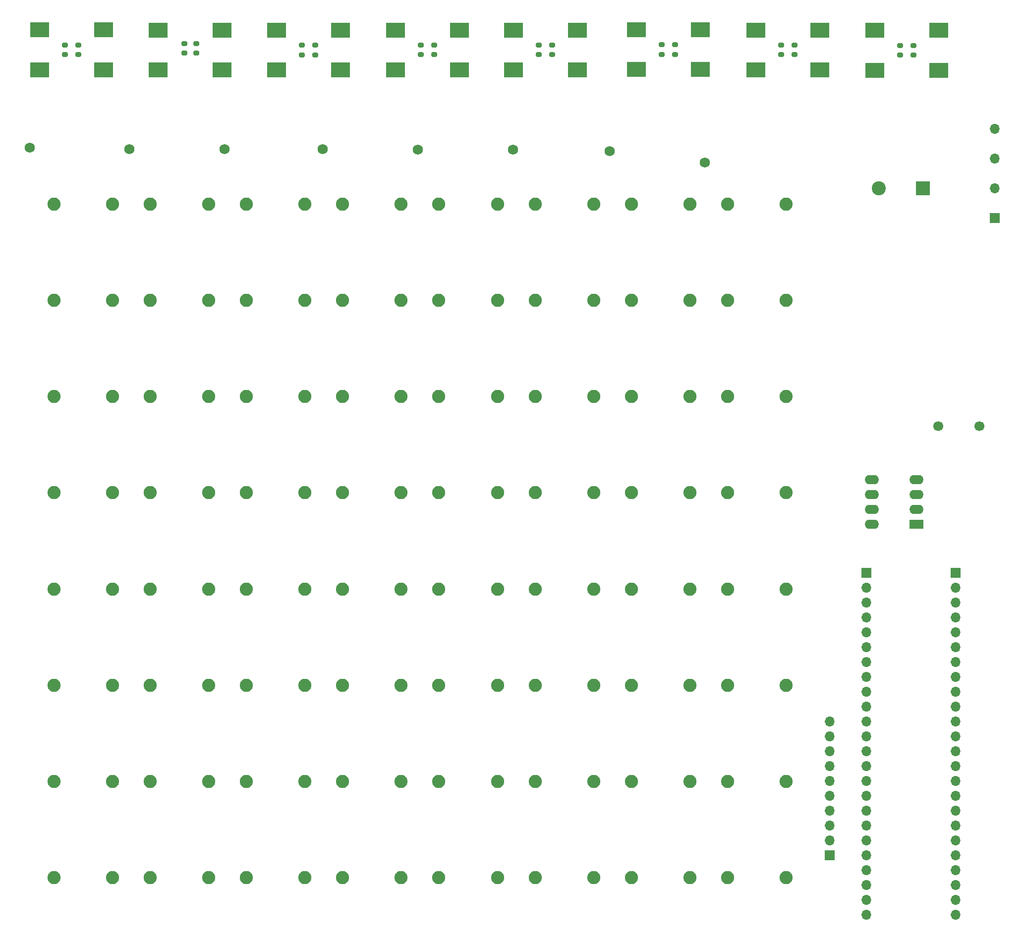
<source format=gbr>
%TF.GenerationSoftware,KiCad,Pcbnew,(6.0.2)*%
%TF.CreationDate,2022-03-01T14:51:48-05:00*%
%TF.ProjectId,SeniorDesign_FinalPCB_dal_power_complete,53656e69-6f72-4446-9573-69676e5f4669,rev?*%
%TF.SameCoordinates,Original*%
%TF.FileFunction,Soldermask,Bot*%
%TF.FilePolarity,Negative*%
%FSLAX46Y46*%
G04 Gerber Fmt 4.6, Leading zero omitted, Abs format (unit mm)*
G04 Created by KiCad (PCBNEW (6.0.2)) date 2022-03-01 14:51:48*
%MOMM*%
%LPD*%
G01*
G04 APERTURE LIST*
G04 Aperture macros list*
%AMRoundRect*
0 Rectangle with rounded corners*
0 $1 Rounding radius*
0 $2 $3 $4 $5 $6 $7 $8 $9 X,Y pos of 4 corners*
0 Add a 4 corners polygon primitive as box body*
4,1,4,$2,$3,$4,$5,$6,$7,$8,$9,$2,$3,0*
0 Add four circle primitives for the rounded corners*
1,1,$1+$1,$2,$3*
1,1,$1+$1,$4,$5*
1,1,$1+$1,$6,$7*
1,1,$1+$1,$8,$9*
0 Add four rect primitives between the rounded corners*
20,1,$1+$1,$2,$3,$4,$5,0*
20,1,$1+$1,$4,$5,$6,$7,0*
20,1,$1+$1,$6,$7,$8,$9,0*
20,1,$1+$1,$8,$9,$2,$3,0*%
G04 Aperture macros list end*
%ADD10C,2.250000*%
%ADD11R,2.400000X1.600000*%
%ADD12O,2.400000X1.600000*%
%ADD13C,1.755000*%
%ADD14R,1.700000X1.700000*%
%ADD15O,1.700000X1.700000*%
%ADD16R,2.400000X2.400000*%
%ADD17C,2.400000*%
%ADD18C,1.700000*%
%ADD19R,3.300000X2.500000*%
%ADD20RoundRect,0.200000X0.275000X-0.200000X0.275000X0.200000X-0.275000X0.200000X-0.275000X-0.200000X0*%
G04 APERTURE END LIST*
D10*
%TO.C,U14*%
X326405000Y-142425000D03*
X336405000Y-142425000D03*
%TD*%
%TO.C,U15*%
X326405000Y-158870000D03*
X336405000Y-158870000D03*
%TD*%
%TO.C,U16*%
X326405000Y-175315000D03*
X336405000Y-175315000D03*
%TD*%
%TO.C,U17*%
X342850000Y-60200000D03*
X352850000Y-60200000D03*
%TD*%
%TO.C,U18*%
X342850000Y-76645000D03*
X352850000Y-76645000D03*
%TD*%
%TO.C,U19*%
X342850000Y-93090000D03*
X352850000Y-93090000D03*
%TD*%
%TO.C,U20*%
X342850000Y-109535000D03*
X352850000Y-109535000D03*
%TD*%
%TO.C,U21*%
X342850000Y-125980000D03*
X352850000Y-125980000D03*
%TD*%
%TO.C,U22*%
X342850000Y-142425000D03*
X352850000Y-142425000D03*
%TD*%
%TO.C,U23*%
X342850000Y-158870000D03*
X352850000Y-158870000D03*
%TD*%
%TO.C,U24*%
X342850000Y-175315000D03*
X352850000Y-175315000D03*
%TD*%
%TO.C,U25*%
X359295000Y-60200000D03*
X369295000Y-60200000D03*
%TD*%
%TO.C,U26*%
X359295000Y-76645000D03*
X369295000Y-76645000D03*
%TD*%
%TO.C,U27*%
X359295000Y-93090000D03*
X369295000Y-93090000D03*
%TD*%
%TO.C,U28*%
X359295000Y-109535000D03*
X369295000Y-109535000D03*
%TD*%
%TO.C,U29*%
X359295000Y-125980000D03*
X369295000Y-125980000D03*
%TD*%
%TO.C,U30*%
X359295000Y-142425000D03*
X369295000Y-142425000D03*
%TD*%
%TO.C,U31*%
X359295000Y-158870000D03*
X369295000Y-158870000D03*
%TD*%
%TO.C,U32*%
X359295000Y-175315000D03*
X369295000Y-175315000D03*
%TD*%
%TO.C,U33*%
X375740000Y-60200000D03*
X385740000Y-60200000D03*
%TD*%
%TO.C,U34*%
X375740000Y-76645000D03*
X385740000Y-76645000D03*
%TD*%
%TO.C,U35*%
X375740000Y-93090000D03*
X385740000Y-93090000D03*
%TD*%
%TO.C,U36*%
X375740000Y-109535000D03*
X385740000Y-109535000D03*
%TD*%
%TO.C,U37*%
X375740000Y-125980000D03*
X385740000Y-125980000D03*
%TD*%
%TO.C,U38*%
X375740000Y-142425000D03*
X385740000Y-142425000D03*
%TD*%
%TO.C,U39*%
X375740000Y-158870000D03*
X385740000Y-158870000D03*
%TD*%
%TO.C,U40*%
X375740000Y-175315000D03*
X385740000Y-175315000D03*
%TD*%
%TO.C,U41*%
X392185000Y-60200000D03*
X402185000Y-60200000D03*
%TD*%
%TO.C,U42*%
X392185000Y-76645000D03*
X402185000Y-76645000D03*
%TD*%
%TO.C,U43*%
X392185000Y-93090000D03*
X402185000Y-93090000D03*
%TD*%
%TO.C,U44*%
X392185000Y-109535000D03*
X402185000Y-109535000D03*
%TD*%
%TO.C,U45*%
X392185000Y-125980000D03*
X402185000Y-125980000D03*
%TD*%
%TO.C,U46*%
X392185000Y-142425000D03*
X402185000Y-142425000D03*
%TD*%
%TO.C,U47*%
X392185000Y-158870000D03*
X402185000Y-158870000D03*
%TD*%
%TO.C,U48*%
X392185000Y-175315000D03*
X402185000Y-175315000D03*
%TD*%
%TO.C,U49*%
X408630000Y-60200000D03*
X418630000Y-60200000D03*
%TD*%
%TO.C,U50*%
X408630000Y-76645000D03*
X418630000Y-76645000D03*
%TD*%
%TO.C,U51*%
X408630000Y-93090000D03*
X418630000Y-93090000D03*
%TD*%
%TO.C,U52*%
X408630000Y-109535000D03*
X418630000Y-109535000D03*
%TD*%
%TO.C,U53*%
X408630000Y-125980000D03*
X418630000Y-125980000D03*
%TD*%
%TO.C,U54*%
X408630000Y-142425000D03*
X418630000Y-142425000D03*
%TD*%
%TO.C,U55*%
X408630000Y-158870000D03*
X418630000Y-158870000D03*
%TD*%
%TO.C,U56*%
X408630000Y-175315000D03*
X418630000Y-175315000D03*
%TD*%
%TO.C,U57*%
X425075000Y-60200000D03*
X435075000Y-60200000D03*
%TD*%
%TO.C,U58*%
X425075000Y-76645000D03*
X435075000Y-76645000D03*
%TD*%
%TO.C,U59*%
X425075000Y-93090000D03*
X435075000Y-93090000D03*
%TD*%
%TO.C,U60*%
X425075000Y-109535000D03*
X435075000Y-109535000D03*
%TD*%
%TO.C,U61*%
X425075000Y-125980000D03*
X435075000Y-125980000D03*
%TD*%
%TO.C,U62*%
X425075000Y-142425000D03*
X435075000Y-142425000D03*
%TD*%
%TO.C,U63*%
X425075000Y-158870000D03*
X435075000Y-158870000D03*
%TD*%
%TO.C,U64*%
X425075000Y-175315000D03*
X435075000Y-175315000D03*
%TD*%
%TO.C,U1*%
X309960000Y-60200000D03*
X319960000Y-60200000D03*
%TD*%
%TO.C,U2*%
X309960000Y-76645000D03*
X319960000Y-76645000D03*
%TD*%
%TO.C,U3*%
X309960000Y-93090000D03*
X319960000Y-93090000D03*
%TD*%
%TO.C,U4*%
X309960000Y-109535000D03*
X319960000Y-109535000D03*
%TD*%
%TO.C,U5*%
X309960000Y-125980000D03*
X319960000Y-125980000D03*
%TD*%
%TO.C,U6*%
X309960000Y-142425000D03*
X319960000Y-142425000D03*
%TD*%
%TO.C,U7*%
X309960000Y-158870000D03*
X319960000Y-158870000D03*
%TD*%
%TO.C,U8*%
X309960000Y-175315000D03*
X319960000Y-175315000D03*
%TD*%
%TO.C,U9*%
X326405000Y-60200000D03*
X336405000Y-60200000D03*
%TD*%
%TO.C,U10*%
X326405000Y-76645000D03*
X336405000Y-76645000D03*
%TD*%
%TO.C,U11*%
X326405000Y-93090000D03*
X336405000Y-93090000D03*
%TD*%
%TO.C,U12*%
X326405000Y-109535000D03*
X336405000Y-109535000D03*
%TD*%
%TO.C,U13*%
X326405000Y-125980000D03*
X336405000Y-125980000D03*
%TD*%
D11*
%TO.C,U67*%
X457342000Y-114925000D03*
D12*
X457342000Y-112385000D03*
X457342000Y-109845000D03*
X457342000Y-107305000D03*
X449722000Y-107305000D03*
X449722000Y-109845000D03*
X449722000Y-112385000D03*
X449722000Y-114925000D03*
%TD*%
D13*
%TO.C,J7*%
X372110000Y-50927000D03*
%TD*%
D14*
%TO.C,J11*%
X470662000Y-62600000D03*
D15*
X470662000Y-57520000D03*
X470662000Y-52440000D03*
X470662000Y-47360000D03*
%TD*%
%TO.C,U68*%
X464021520Y-181620000D03*
X464021520Y-179080000D03*
X464021520Y-176540000D03*
X464021520Y-174000000D03*
X464021520Y-171460000D03*
X464021520Y-168920000D03*
X464021520Y-166380000D03*
X464021520Y-163840000D03*
X464021520Y-161300000D03*
X464021520Y-158760000D03*
X464021520Y-156220000D03*
X464021520Y-153680000D03*
X464021520Y-151140000D03*
X464021520Y-148600000D03*
X464021520Y-146060000D03*
X464021520Y-143520000D03*
X464021520Y-140980000D03*
X464021520Y-138440000D03*
X464021520Y-135900000D03*
X464021520Y-133360000D03*
X464021520Y-130820000D03*
X464021520Y-128280000D03*
X464021520Y-125740000D03*
D14*
X464021520Y-123200000D03*
X448781520Y-123200000D03*
D15*
X448781520Y-125740000D03*
X448781520Y-128280000D03*
X448781520Y-130820000D03*
X448781520Y-133360000D03*
X448781520Y-135900000D03*
X448781520Y-138440000D03*
X448781520Y-140980000D03*
X448781520Y-143520000D03*
X448781520Y-146060000D03*
X448781520Y-148600000D03*
X448781520Y-151140000D03*
X448781520Y-153680000D03*
X448781520Y-156220000D03*
X448781520Y-158760000D03*
X448781520Y-161300000D03*
X448781520Y-163840000D03*
X448781520Y-166380000D03*
X448781520Y-168920000D03*
X448781520Y-171460000D03*
X448781520Y-174000000D03*
X448781520Y-176540000D03*
X448781520Y-179080000D03*
X448781520Y-181620000D03*
%TD*%
D13*
%TO.C,J5*%
X339090000Y-50800000D03*
%TD*%
D14*
%TO.C,J13*%
X442468000Y-171445000D03*
D15*
X442468000Y-168905000D03*
X442468000Y-166365000D03*
X442468000Y-163825000D03*
X442468000Y-161285000D03*
X442468000Y-158745000D03*
X442468000Y-156205000D03*
X442468000Y-153665000D03*
X442468000Y-151125000D03*
X442468000Y-148585000D03*
%TD*%
D13*
%TO.C,J8*%
X388366000Y-50927000D03*
%TD*%
%TO.C,J4*%
X322834000Y-50800000D03*
%TD*%
%TO.C,J3*%
X305816000Y-50546000D03*
%TD*%
D16*
%TO.C,C84*%
X458391780Y-57531000D03*
D17*
X450891780Y-57531000D03*
%TD*%
D13*
%TO.C,J6*%
X355854000Y-50800000D03*
%TD*%
%TO.C,J9*%
X404876000Y-51181000D03*
%TD*%
D18*
%TO.C,J12*%
X461082000Y-98171000D03*
X468082000Y-98171000D03*
%TD*%
D13*
%TO.C,J10*%
X421132000Y-53086000D03*
%TD*%
D19*
%TO.C,D1*%
X307523500Y-30454000D03*
X307523500Y-37254000D03*
%TD*%
%TO.C,D2*%
X318445500Y-30454000D03*
X318445500Y-37254000D03*
%TD*%
%TO.C,D3*%
X327787000Y-30480000D03*
X327787000Y-37280000D03*
%TD*%
%TO.C,D4*%
X338709000Y-30480000D03*
X338709000Y-37280000D03*
%TD*%
%TO.C,D5*%
X347980000Y-30522000D03*
X347980000Y-37322000D03*
%TD*%
%TO.C,D6*%
X358902000Y-30522000D03*
X358902000Y-37322000D03*
%TD*%
%TO.C,D7*%
X368300000Y-30480000D03*
X368300000Y-37280000D03*
%TD*%
%TO.C,D8*%
X379222000Y-30480000D03*
X379222000Y-37280000D03*
%TD*%
%TO.C,D9*%
X388493000Y-30480000D03*
X388493000Y-37280000D03*
%TD*%
%TO.C,D10*%
X399415000Y-30480000D03*
X399415000Y-37280000D03*
%TD*%
%TO.C,D11*%
X409448000Y-30411000D03*
X409448000Y-37211000D03*
%TD*%
%TO.C,D12*%
X420370000Y-30411000D03*
X420370000Y-37211000D03*
%TD*%
%TO.C,D13*%
X429895000Y-30480000D03*
X429895000Y-37280000D03*
%TD*%
%TO.C,D14*%
X440817000Y-30480000D03*
X440817000Y-37280000D03*
%TD*%
%TO.C,D15*%
X450215000Y-30541000D03*
X450215000Y-37341000D03*
%TD*%
%TO.C,D16*%
X461137000Y-30541000D03*
X461137000Y-37341000D03*
%TD*%
D20*
%TO.C,R13*%
X311841500Y-34679000D03*
X311841500Y-33029000D03*
%TD*%
%TO.C,R14*%
X314127500Y-34679000D03*
X314127500Y-33029000D03*
%TD*%
%TO.C,R15*%
X332288500Y-34451000D03*
X332288500Y-32801000D03*
%TD*%
%TO.C,R16*%
X334320500Y-34451000D03*
X334320500Y-32801000D03*
%TD*%
%TO.C,R17*%
X352298000Y-34747000D03*
X352298000Y-33097000D03*
%TD*%
%TO.C,R18*%
X354584000Y-34747000D03*
X354584000Y-33097000D03*
%TD*%
%TO.C,R19*%
X372618000Y-34705000D03*
X372618000Y-33055000D03*
%TD*%
%TO.C,R20*%
X374904000Y-34705000D03*
X374904000Y-33055000D03*
%TD*%
%TO.C,R33*%
X392811000Y-34705000D03*
X392811000Y-33055000D03*
%TD*%
%TO.C,R34*%
X395097000Y-34705000D03*
X395097000Y-33055000D03*
%TD*%
%TO.C,R35*%
X413766000Y-34636000D03*
X413766000Y-32986000D03*
%TD*%
%TO.C,R36*%
X416052000Y-34636000D03*
X416052000Y-32986000D03*
%TD*%
%TO.C,R37*%
X434213000Y-34705000D03*
X434213000Y-33055000D03*
%TD*%
%TO.C,R38*%
X436499000Y-34705000D03*
X436499000Y-33055000D03*
%TD*%
%TO.C,R39*%
X454533000Y-34766000D03*
X454533000Y-33116000D03*
%TD*%
%TO.C,R40*%
X456819000Y-34766000D03*
X456819000Y-33116000D03*
%TD*%
M02*

</source>
